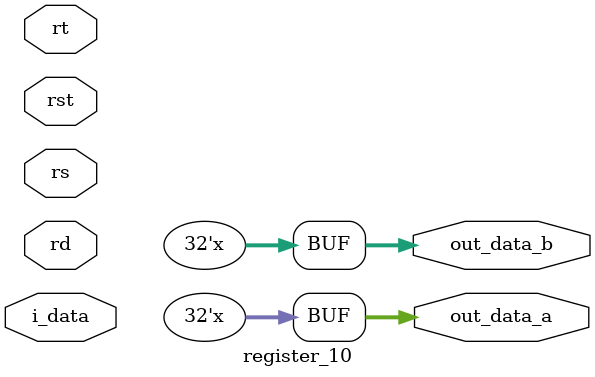
<source format=v>
`timescale 1ns / 1ps

module register_10(rst,rs,rt,rd,i_data,out_data_a,out_data_b);
input rst;
input [4:0]rs,rt,rd;
input [31:0] i_data;
output reg [31:0] out_data_a;
output reg [31:0] out_data_b;

reg [4:0]  reg_num;
reg [31:0] reg_data;

always @(*) begin
      if(rst) begin
            reg_num = 10;
      end
      else begin
          if(reg_num == rs)
               out_data_a <= reg_data;
          if(reg_num == rt)
               out_data_b <= reg_data;
          if(reg_num == rd)    
               reg_data <= i_data;
      end
      
end
endmodule

</source>
